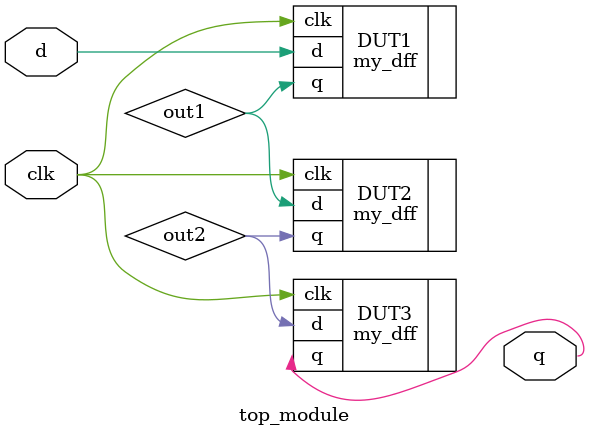
<source format=v>
module top_module ( input clk, input d, output q );
    wire out1,out2;
    
    my_dff DUT1 (.clk(clk),.d(d),.q(out1));
    my_dff DUT2 (.clk(clk),.d(out1),.q(out2));
    my_dff DUT3 (.clk(clk),.d(out2),.q(q));

endmodule

</source>
